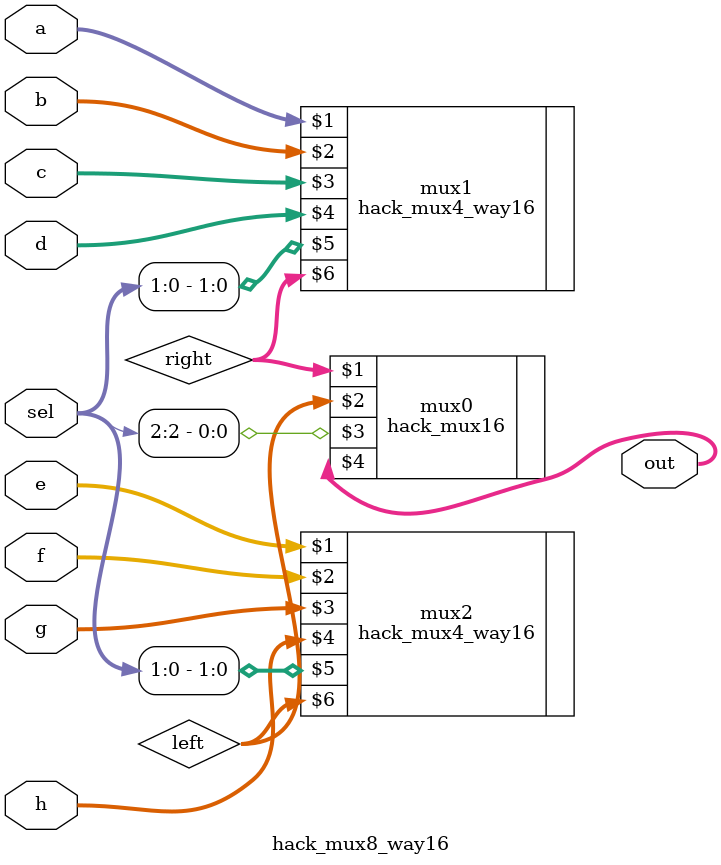
<source format=v>
module hack_mux8_way16(a,b,c,d,e,f,g,h,sel,out);
  input   [15:0]  a,b,c,d,e,f,g,h;
  input   [2:0]   sel;
  output  [15:0]  out;

  wire    [15:0]  left,right;

  hack_mux4_way16 mux1 (a,b,c,d,sel[1:0],right);
  hack_mux4_way16 mux2 (e,f,g,h,sel[1:0],left);

  hack_mux16 mux0 (right,left,sel[2],out);

  /* reg     [15:0]  out; */
  /* always @* begin */
  /*   case (sel) */
  /*     0: out = a; */
  /*     1: out = b; */
  /*     2: out = c; */
  /*     3: out = d; */
  /*     4: out = e; */
  /*     5: out = f; */
  /*     6: out = g; */
  /*     default: out = h; */
  /*   endcase */
  /* end */
endmodule

</source>
